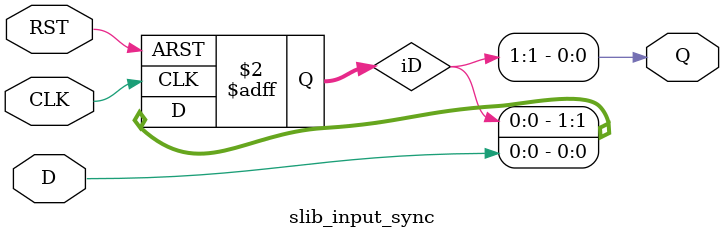
<source format=sv>

`default_nettype none

module slib_input_sync (
    input  logic CLK,       // Clock
    input  logic RST,       // Reset
    input  logic D,         // Signal input
    output logic Q          // Signal output
);

    logic [1:0] iD;

    // Double-flop synchronizer
    always_ff @(posedge CLK or posedge RST) begin
        if (RST) begin
            iD <= 2'b00;
        end else begin
            iD[0] <= D;
            iD[1] <= iD[0];
        end
    end

    // Output
    assign Q = iD[1];

endmodule

`default_nettype wire

</source>
